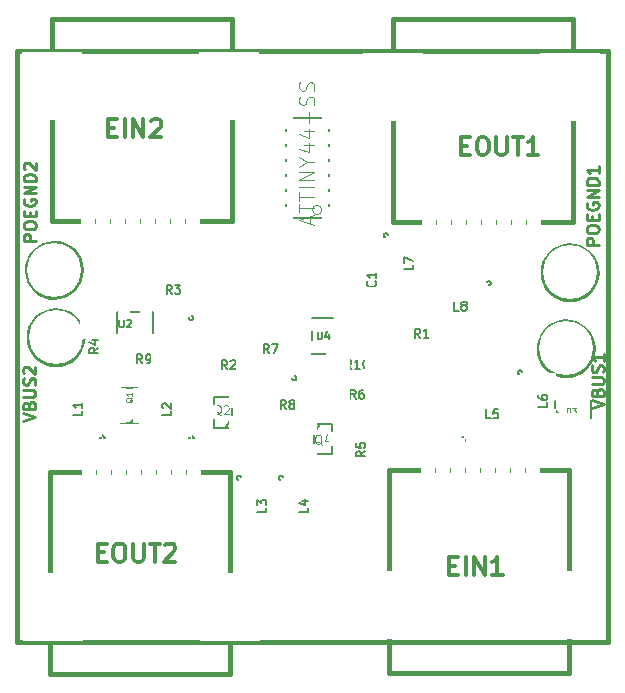
<source format=gto>
G04 (created by PCBNEW-RS274X (2012-01-19 BZR 3256)-stable) date 2/6/2013 12:26:03 PM*
G01*
G70*
G90*
%MOIN*%
G04 Gerber Fmt 3.4, Leading zero omitted, Abs format*
%FSLAX34Y34*%
G04 APERTURE LIST*
%ADD10C,0.006000*%
%ADD11C,0.015000*%
%ADD12C,0.005000*%
%ADD13C,0.002600*%
%ADD14C,0.003000*%
%ADD15C,0.012000*%
%ADD16C,0.010000*%
%ADD17C,0.003900*%
%ADD18C,0.003500*%
%ADD19R,0.050000X0.040000*%
%ADD20R,0.040000X0.050000*%
%ADD21R,0.059400X0.047600*%
%ADD22R,0.200000X0.225000*%
%ADD23R,0.045000X0.207000*%
%ADD24R,0.120000X0.070000*%
%ADD25R,0.080000X0.100000*%
%ADD26R,0.100000X0.080000*%
%ADD27R,0.139000X0.058000*%
%ADD28C,0.180000*%
%ADD29R,0.070000X0.120000*%
%ADD30R,0.043600X0.059400*%
%ADD31R,0.059400X0.043600*%
%ADD32R,0.106900X0.044000*%
G04 APERTURE END LIST*
G54D10*
G54D11*
X23811Y-09433D02*
X23815Y-09437D01*
X23811Y-29118D02*
X23811Y-09433D01*
X43496Y-29118D02*
X23811Y-29118D01*
X43496Y-09433D02*
X43496Y-29118D01*
X23811Y-09433D02*
X43496Y-09433D01*
G54D12*
X33650Y-18329D02*
X34350Y-18329D01*
X34350Y-18329D02*
X34350Y-19529D01*
X34350Y-19529D02*
X33650Y-19529D01*
X33650Y-19529D02*
X33650Y-18329D01*
X28348Y-18142D02*
X28348Y-18842D01*
X28348Y-18842D02*
X27148Y-18842D01*
X27148Y-18842D02*
X27148Y-18142D01*
X27148Y-18142D02*
X28348Y-18142D01*
X30961Y-21669D02*
X30761Y-21969D01*
X30961Y-20969D02*
X30961Y-21994D01*
X30961Y-21994D02*
X30361Y-21994D01*
X30361Y-21994D02*
X30361Y-20969D01*
X30361Y-20969D02*
X30961Y-20969D01*
X33708Y-22178D02*
X33908Y-21878D01*
X33708Y-22878D02*
X33708Y-21853D01*
X33708Y-21853D02*
X34308Y-21853D01*
X34308Y-21853D02*
X34308Y-22878D01*
X34308Y-22878D02*
X33708Y-22878D01*
G54D11*
X24988Y-15106D02*
X30988Y-15106D01*
X30988Y-15106D02*
X30988Y-08356D01*
X30988Y-08356D02*
X24988Y-08356D01*
X24988Y-08356D02*
X24988Y-15106D01*
X36353Y-15114D02*
X42353Y-15114D01*
X42353Y-15114D02*
X42353Y-08364D01*
X42353Y-08364D02*
X36353Y-08364D01*
X36353Y-08364D02*
X36353Y-15114D01*
X30906Y-23453D02*
X24906Y-23453D01*
X24906Y-23453D02*
X24906Y-30203D01*
X24906Y-30203D02*
X30906Y-30203D01*
X30906Y-30203D02*
X30906Y-23453D01*
X42216Y-23398D02*
X36216Y-23398D01*
X36216Y-23398D02*
X36216Y-30148D01*
X36216Y-30148D02*
X42216Y-30148D01*
X42216Y-30148D02*
X42216Y-23398D01*
G54D12*
X29678Y-18324D02*
X29676Y-18337D01*
X29672Y-18350D01*
X29666Y-18362D01*
X29657Y-18373D01*
X29647Y-18382D01*
X29635Y-18388D01*
X29622Y-18392D01*
X29608Y-18393D01*
X29595Y-18392D01*
X29582Y-18388D01*
X29570Y-18382D01*
X29560Y-18374D01*
X29551Y-18363D01*
X29544Y-18351D01*
X29540Y-18338D01*
X29539Y-18324D01*
X29540Y-18312D01*
X29543Y-18299D01*
X29550Y-18287D01*
X29558Y-18276D01*
X29569Y-18267D01*
X29580Y-18260D01*
X29593Y-18256D01*
X29607Y-18255D01*
X29620Y-18256D01*
X29633Y-18259D01*
X29645Y-18265D01*
X29656Y-18274D01*
X29665Y-18284D01*
X29671Y-18296D01*
X29676Y-18309D01*
X29677Y-18323D01*
X29678Y-18324D01*
X28458Y-17674D02*
X28458Y-18274D01*
X28458Y-18274D02*
X29558Y-18274D01*
X29558Y-18274D02*
X29558Y-17674D01*
X29558Y-17074D02*
X29558Y-16474D01*
X29558Y-16474D02*
X28458Y-16474D01*
X28458Y-16474D02*
X28458Y-17074D01*
X33123Y-20332D02*
X33121Y-20345D01*
X33117Y-20358D01*
X33111Y-20370D01*
X33102Y-20381D01*
X33092Y-20390D01*
X33080Y-20396D01*
X33067Y-20400D01*
X33053Y-20401D01*
X33040Y-20400D01*
X33027Y-20396D01*
X33015Y-20390D01*
X33005Y-20382D01*
X32996Y-20371D01*
X32989Y-20359D01*
X32985Y-20346D01*
X32984Y-20332D01*
X32985Y-20320D01*
X32988Y-20307D01*
X32995Y-20295D01*
X33003Y-20284D01*
X33014Y-20275D01*
X33025Y-20268D01*
X33038Y-20264D01*
X33052Y-20263D01*
X33065Y-20264D01*
X33078Y-20267D01*
X33090Y-20273D01*
X33101Y-20282D01*
X33110Y-20292D01*
X33116Y-20304D01*
X33121Y-20317D01*
X33122Y-20331D01*
X33123Y-20332D01*
X31903Y-19682D02*
X31903Y-20282D01*
X31903Y-20282D02*
X33003Y-20282D01*
X33003Y-20282D02*
X33003Y-19682D01*
X33003Y-19082D02*
X33003Y-18482D01*
X33003Y-18482D02*
X31903Y-18482D01*
X31903Y-18482D02*
X31903Y-19082D01*
X34145Y-20448D02*
X34145Y-21348D01*
X34145Y-21348D02*
X34795Y-21348D01*
X35495Y-20448D02*
X36145Y-20448D01*
X36145Y-20448D02*
X36145Y-21348D01*
X36145Y-21348D02*
X35495Y-21348D01*
X34795Y-20448D02*
X34145Y-20448D01*
X31854Y-20371D02*
X31854Y-19471D01*
X31854Y-19471D02*
X31204Y-19471D01*
X30504Y-20371D02*
X29854Y-20371D01*
X29854Y-20371D02*
X29854Y-19471D01*
X29854Y-19471D02*
X30504Y-19471D01*
X31204Y-20371D02*
X31854Y-20371D01*
X34845Y-23717D02*
X35745Y-23717D01*
X35745Y-23717D02*
X35745Y-23067D01*
X34845Y-22367D02*
X34845Y-21717D01*
X34845Y-21717D02*
X35745Y-21717D01*
X35745Y-21717D02*
X35745Y-22367D01*
X34845Y-23067D02*
X34845Y-23717D01*
X26848Y-18280D02*
X25948Y-18280D01*
X25948Y-18280D02*
X25948Y-18930D01*
X26848Y-19630D02*
X26848Y-20280D01*
X26848Y-20280D02*
X25948Y-20280D01*
X25948Y-20280D02*
X25948Y-19630D01*
X26848Y-18930D02*
X26848Y-18280D01*
X36294Y-18416D02*
X36294Y-19316D01*
X36294Y-19316D02*
X36944Y-19316D01*
X37644Y-18416D02*
X38294Y-18416D01*
X38294Y-18416D02*
X38294Y-19316D01*
X38294Y-19316D02*
X37644Y-19316D01*
X36944Y-18416D02*
X36294Y-18416D01*
G54D11*
X25939Y-16728D02*
X25921Y-16902D01*
X25871Y-17070D01*
X25788Y-17226D01*
X25677Y-17362D01*
X25542Y-17474D01*
X25387Y-17557D01*
X25219Y-17609D01*
X25045Y-17627D01*
X24871Y-17612D01*
X24702Y-17562D01*
X24547Y-17481D01*
X24410Y-17371D01*
X24297Y-17236D01*
X24212Y-17082D01*
X24159Y-16915D01*
X24140Y-16740D01*
X24154Y-16566D01*
X24203Y-16397D01*
X24283Y-16241D01*
X24392Y-16103D01*
X24526Y-15989D01*
X24679Y-15904D01*
X24846Y-15849D01*
X25021Y-15829D01*
X25195Y-15842D01*
X25364Y-15889D01*
X25521Y-15969D01*
X25659Y-16077D01*
X25774Y-16210D01*
X25861Y-16362D01*
X25916Y-16529D01*
X25938Y-16703D01*
X25939Y-16728D01*
X43124Y-16807D02*
X43106Y-16981D01*
X43056Y-17149D01*
X42973Y-17305D01*
X42862Y-17441D01*
X42727Y-17553D01*
X42572Y-17636D01*
X42404Y-17688D01*
X42230Y-17706D01*
X42056Y-17691D01*
X41887Y-17641D01*
X41732Y-17560D01*
X41595Y-17450D01*
X41482Y-17315D01*
X41397Y-17161D01*
X41344Y-16994D01*
X41325Y-16819D01*
X41339Y-16645D01*
X41388Y-16476D01*
X41468Y-16320D01*
X41577Y-16182D01*
X41711Y-16068D01*
X41864Y-15983D01*
X42031Y-15928D01*
X42206Y-15908D01*
X42380Y-15921D01*
X42549Y-15968D01*
X42706Y-16048D01*
X42844Y-16156D01*
X42959Y-16289D01*
X43046Y-16441D01*
X43101Y-16608D01*
X43123Y-16782D01*
X43124Y-16807D01*
X42998Y-19343D02*
X42980Y-19517D01*
X42930Y-19685D01*
X42847Y-19841D01*
X42736Y-19977D01*
X42601Y-20089D01*
X42446Y-20172D01*
X42278Y-20224D01*
X42104Y-20242D01*
X41930Y-20227D01*
X41761Y-20177D01*
X41606Y-20096D01*
X41469Y-19986D01*
X41356Y-19851D01*
X41271Y-19697D01*
X41218Y-19530D01*
X41199Y-19355D01*
X41213Y-19181D01*
X41262Y-19012D01*
X41342Y-18856D01*
X41451Y-18718D01*
X41585Y-18604D01*
X41738Y-18519D01*
X41905Y-18464D01*
X42080Y-18444D01*
X42254Y-18457D01*
X42423Y-18504D01*
X42580Y-18584D01*
X42718Y-18692D01*
X42833Y-18825D01*
X42920Y-18977D01*
X42975Y-19144D01*
X42997Y-19318D01*
X42998Y-19343D01*
X25991Y-18969D02*
X25973Y-19143D01*
X25923Y-19311D01*
X25840Y-19467D01*
X25729Y-19603D01*
X25594Y-19715D01*
X25439Y-19798D01*
X25271Y-19850D01*
X25097Y-19868D01*
X24923Y-19853D01*
X24754Y-19803D01*
X24599Y-19722D01*
X24462Y-19612D01*
X24349Y-19477D01*
X24264Y-19323D01*
X24211Y-19156D01*
X24192Y-18981D01*
X24206Y-18807D01*
X24255Y-18638D01*
X24335Y-18482D01*
X24444Y-18344D01*
X24578Y-18230D01*
X24731Y-18145D01*
X24898Y-18090D01*
X25073Y-18070D01*
X25247Y-18083D01*
X25416Y-18130D01*
X25573Y-18210D01*
X25711Y-18318D01*
X25826Y-18451D01*
X25913Y-18603D01*
X25968Y-18770D01*
X25990Y-18944D01*
X25991Y-18969D01*
G54D12*
X31819Y-20794D02*
X31819Y-21694D01*
X31819Y-21694D02*
X32469Y-21694D01*
X33169Y-20794D02*
X33819Y-20794D01*
X33819Y-20794D02*
X33819Y-21694D01*
X33819Y-21694D02*
X33169Y-21694D01*
X32469Y-20794D02*
X31819Y-20794D01*
X26725Y-22312D02*
X26723Y-22325D01*
X26719Y-22338D01*
X26713Y-22350D01*
X26704Y-22361D01*
X26694Y-22370D01*
X26682Y-22376D01*
X26669Y-22380D01*
X26655Y-22381D01*
X26642Y-22380D01*
X26629Y-22376D01*
X26617Y-22370D01*
X26607Y-22362D01*
X26598Y-22351D01*
X26591Y-22339D01*
X26587Y-22326D01*
X26586Y-22312D01*
X26587Y-22300D01*
X26590Y-22287D01*
X26597Y-22275D01*
X26605Y-22264D01*
X26616Y-22255D01*
X26627Y-22248D01*
X26640Y-22244D01*
X26654Y-22243D01*
X26667Y-22244D01*
X26680Y-22247D01*
X26692Y-22253D01*
X26703Y-22262D01*
X26712Y-22272D01*
X26718Y-22284D01*
X26723Y-22297D01*
X26724Y-22311D01*
X26725Y-22312D01*
X25505Y-21662D02*
X25505Y-22262D01*
X25505Y-22262D02*
X26605Y-22262D01*
X26605Y-22262D02*
X26605Y-21662D01*
X26605Y-21062D02*
X26605Y-20462D01*
X26605Y-20462D02*
X25505Y-20462D01*
X25505Y-20462D02*
X25505Y-21062D01*
X29694Y-22328D02*
X29692Y-22341D01*
X29688Y-22354D01*
X29682Y-22366D01*
X29673Y-22377D01*
X29663Y-22386D01*
X29651Y-22392D01*
X29638Y-22396D01*
X29624Y-22397D01*
X29611Y-22396D01*
X29598Y-22392D01*
X29586Y-22386D01*
X29576Y-22378D01*
X29567Y-22367D01*
X29560Y-22355D01*
X29556Y-22342D01*
X29555Y-22328D01*
X29556Y-22316D01*
X29559Y-22303D01*
X29566Y-22291D01*
X29574Y-22280D01*
X29585Y-22271D01*
X29596Y-22264D01*
X29609Y-22260D01*
X29623Y-22259D01*
X29636Y-22260D01*
X29649Y-22263D01*
X29661Y-22269D01*
X29672Y-22278D01*
X29681Y-22288D01*
X29687Y-22300D01*
X29692Y-22313D01*
X29693Y-22327D01*
X29694Y-22328D01*
X28474Y-21678D02*
X28474Y-22278D01*
X28474Y-22278D02*
X29574Y-22278D01*
X29574Y-22278D02*
X29574Y-21678D01*
X29574Y-21078D02*
X29574Y-20478D01*
X29574Y-20478D02*
X28474Y-20478D01*
X28474Y-20478D02*
X28474Y-21078D01*
X31270Y-23650D02*
X31268Y-23663D01*
X31264Y-23676D01*
X31258Y-23688D01*
X31249Y-23699D01*
X31239Y-23708D01*
X31227Y-23714D01*
X31214Y-23718D01*
X31200Y-23719D01*
X31187Y-23718D01*
X31174Y-23714D01*
X31162Y-23708D01*
X31152Y-23700D01*
X31143Y-23689D01*
X31136Y-23677D01*
X31132Y-23664D01*
X31131Y-23650D01*
X31132Y-23638D01*
X31135Y-23625D01*
X31142Y-23613D01*
X31150Y-23602D01*
X31161Y-23593D01*
X31172Y-23586D01*
X31185Y-23582D01*
X31199Y-23581D01*
X31212Y-23582D01*
X31225Y-23585D01*
X31237Y-23591D01*
X31248Y-23600D01*
X31257Y-23610D01*
X31263Y-23622D01*
X31268Y-23635D01*
X31269Y-23649D01*
X31270Y-23650D01*
X32350Y-24300D02*
X32350Y-23700D01*
X32350Y-23700D02*
X31250Y-23700D01*
X31250Y-23700D02*
X31250Y-24300D01*
X31250Y-24900D02*
X31250Y-25500D01*
X31250Y-25500D02*
X32350Y-25500D01*
X32350Y-25500D02*
X32350Y-24900D01*
X32670Y-23650D02*
X32668Y-23663D01*
X32664Y-23676D01*
X32658Y-23688D01*
X32649Y-23699D01*
X32639Y-23708D01*
X32627Y-23714D01*
X32614Y-23718D01*
X32600Y-23719D01*
X32587Y-23718D01*
X32574Y-23714D01*
X32562Y-23708D01*
X32552Y-23700D01*
X32543Y-23689D01*
X32536Y-23677D01*
X32532Y-23664D01*
X32531Y-23650D01*
X32532Y-23638D01*
X32535Y-23625D01*
X32542Y-23613D01*
X32550Y-23602D01*
X32561Y-23593D01*
X32572Y-23586D01*
X32585Y-23582D01*
X32599Y-23581D01*
X32612Y-23582D01*
X32625Y-23585D01*
X32637Y-23591D01*
X32648Y-23600D01*
X32657Y-23610D01*
X32663Y-23622D01*
X32668Y-23635D01*
X32669Y-23649D01*
X32670Y-23650D01*
X33750Y-24300D02*
X33750Y-23700D01*
X33750Y-23700D02*
X32650Y-23700D01*
X32650Y-23700D02*
X32650Y-24300D01*
X32650Y-24900D02*
X32650Y-25500D01*
X32650Y-25500D02*
X33750Y-25500D01*
X33750Y-25500D02*
X33750Y-24900D01*
X38765Y-22356D02*
X38763Y-22369D01*
X38759Y-22382D01*
X38753Y-22394D01*
X38744Y-22405D01*
X38734Y-22414D01*
X38722Y-22420D01*
X38709Y-22424D01*
X38695Y-22425D01*
X38682Y-22424D01*
X38669Y-22420D01*
X38657Y-22414D01*
X38647Y-22406D01*
X38638Y-22395D01*
X38631Y-22383D01*
X38627Y-22370D01*
X38626Y-22356D01*
X38627Y-22344D01*
X38630Y-22331D01*
X38637Y-22319D01*
X38645Y-22308D01*
X38656Y-22299D01*
X38667Y-22292D01*
X38680Y-22288D01*
X38694Y-22287D01*
X38707Y-22288D01*
X38720Y-22291D01*
X38732Y-22297D01*
X38743Y-22306D01*
X38752Y-22316D01*
X38758Y-22328D01*
X38763Y-22341D01*
X38764Y-22355D01*
X38765Y-22356D01*
X39345Y-21206D02*
X38745Y-21206D01*
X38745Y-21206D02*
X38745Y-22306D01*
X38745Y-22306D02*
X39345Y-22306D01*
X39945Y-22306D02*
X40545Y-22306D01*
X40545Y-22306D02*
X40545Y-21206D01*
X40545Y-21206D02*
X39945Y-21206D01*
X40638Y-20137D02*
X40636Y-20150D01*
X40632Y-20163D01*
X40626Y-20175D01*
X40617Y-20186D01*
X40607Y-20195D01*
X40595Y-20201D01*
X40582Y-20205D01*
X40568Y-20206D01*
X40555Y-20205D01*
X40542Y-20201D01*
X40530Y-20195D01*
X40520Y-20187D01*
X40511Y-20176D01*
X40504Y-20164D01*
X40500Y-20151D01*
X40499Y-20137D01*
X40500Y-20125D01*
X40503Y-20112D01*
X40510Y-20100D01*
X40518Y-20089D01*
X40529Y-20080D01*
X40540Y-20073D01*
X40553Y-20069D01*
X40567Y-20068D01*
X40580Y-20069D01*
X40593Y-20072D01*
X40605Y-20078D01*
X40616Y-20087D01*
X40625Y-20097D01*
X40631Y-20109D01*
X40636Y-20122D01*
X40637Y-20136D01*
X40638Y-20137D01*
X41718Y-20787D02*
X41718Y-20187D01*
X41718Y-20187D02*
X40618Y-20187D01*
X40618Y-20187D02*
X40618Y-20787D01*
X40618Y-21387D02*
X40618Y-21987D01*
X40618Y-21987D02*
X41718Y-21987D01*
X41718Y-21987D02*
X41718Y-21387D01*
X36171Y-15562D02*
X36169Y-15575D01*
X36165Y-15588D01*
X36159Y-15600D01*
X36150Y-15611D01*
X36140Y-15620D01*
X36128Y-15626D01*
X36115Y-15630D01*
X36101Y-15631D01*
X36088Y-15630D01*
X36075Y-15626D01*
X36063Y-15620D01*
X36053Y-15612D01*
X36044Y-15601D01*
X36037Y-15589D01*
X36033Y-15576D01*
X36032Y-15562D01*
X36033Y-15550D01*
X36036Y-15537D01*
X36043Y-15525D01*
X36051Y-15514D01*
X36062Y-15505D01*
X36073Y-15498D01*
X36086Y-15494D01*
X36100Y-15493D01*
X36113Y-15494D01*
X36126Y-15497D01*
X36138Y-15503D01*
X36149Y-15512D01*
X36158Y-15522D01*
X36164Y-15534D01*
X36169Y-15547D01*
X36170Y-15561D01*
X36171Y-15562D01*
X37251Y-16212D02*
X37251Y-15612D01*
X37251Y-15612D02*
X36151Y-15612D01*
X36151Y-15612D02*
X36151Y-16212D01*
X36151Y-16812D02*
X36151Y-17412D01*
X36151Y-17412D02*
X37251Y-17412D01*
X37251Y-17412D02*
X37251Y-16812D01*
X39602Y-17160D02*
X39600Y-17173D01*
X39596Y-17186D01*
X39590Y-17198D01*
X39581Y-17209D01*
X39571Y-17218D01*
X39559Y-17224D01*
X39546Y-17228D01*
X39532Y-17229D01*
X39519Y-17228D01*
X39506Y-17224D01*
X39494Y-17218D01*
X39484Y-17210D01*
X39475Y-17199D01*
X39468Y-17187D01*
X39464Y-17174D01*
X39463Y-17160D01*
X39464Y-17148D01*
X39467Y-17135D01*
X39474Y-17123D01*
X39482Y-17112D01*
X39493Y-17103D01*
X39504Y-17096D01*
X39517Y-17092D01*
X39531Y-17091D01*
X39544Y-17092D01*
X39557Y-17095D01*
X39569Y-17101D01*
X39580Y-17110D01*
X39589Y-17120D01*
X39595Y-17132D01*
X39600Y-17145D01*
X39601Y-17159D01*
X39602Y-17160D01*
X38882Y-18310D02*
X39482Y-18310D01*
X39482Y-18310D02*
X39482Y-17210D01*
X39482Y-17210D02*
X38882Y-17210D01*
X38282Y-17210D02*
X37682Y-17210D01*
X37682Y-17210D02*
X37682Y-18310D01*
X37682Y-18310D02*
X38282Y-18310D01*
X29031Y-20167D02*
X29031Y-19267D01*
X29031Y-19267D02*
X28381Y-19267D01*
X27681Y-20167D02*
X27031Y-20167D01*
X27031Y-20167D02*
X27031Y-19267D01*
X27031Y-19267D02*
X27681Y-19267D01*
X28381Y-20167D02*
X29031Y-20167D01*
X34145Y-19448D02*
X34145Y-20348D01*
X34145Y-20348D02*
X34795Y-20348D01*
X35495Y-19448D02*
X36145Y-19448D01*
X36145Y-19448D02*
X36145Y-20348D01*
X36145Y-20348D02*
X35495Y-20348D01*
X34795Y-19448D02*
X34145Y-19448D01*
X41999Y-21661D02*
X41744Y-21406D01*
X41939Y-21661D02*
X41744Y-21466D01*
X42334Y-21111D02*
X42334Y-20851D01*
X42709Y-21111D02*
X42709Y-20851D01*
X41959Y-21111D02*
X41959Y-20851D01*
X42334Y-21661D02*
X42334Y-21921D01*
X42709Y-21661D02*
X42709Y-21921D01*
X41959Y-21661D02*
X41959Y-21921D01*
X41744Y-21111D02*
X42924Y-21111D01*
X42924Y-21111D02*
X42924Y-21661D01*
X42924Y-21661D02*
X41744Y-21661D01*
X41744Y-21661D02*
X41744Y-21111D01*
X27826Y-21587D02*
X27571Y-21842D01*
X27826Y-21647D02*
X27631Y-21842D01*
X27276Y-21252D02*
X27016Y-21252D01*
X27276Y-20877D02*
X27016Y-20877D01*
X27276Y-21627D02*
X27016Y-21627D01*
X27826Y-21252D02*
X28086Y-21252D01*
X27826Y-20877D02*
X28086Y-20877D01*
X27826Y-21627D02*
X28086Y-21627D01*
X27276Y-21842D02*
X27276Y-20662D01*
X27276Y-20662D02*
X27826Y-20662D01*
X27826Y-20662D02*
X27826Y-21842D01*
X27826Y-21842D02*
X27276Y-21842D01*
G54D13*
X32763Y-14901D02*
X32763Y-14760D01*
X32763Y-14760D02*
X32363Y-14760D01*
X32363Y-14901D02*
X32363Y-14760D01*
X32763Y-14901D02*
X32363Y-14901D01*
X32763Y-14401D02*
X32763Y-14261D01*
X32763Y-14261D02*
X32363Y-14261D01*
X32363Y-14401D02*
X32363Y-14261D01*
X32763Y-14401D02*
X32363Y-14401D01*
X32763Y-13901D02*
X32763Y-13760D01*
X32763Y-13760D02*
X32363Y-13760D01*
X32363Y-13901D02*
X32363Y-13760D01*
X32763Y-13901D02*
X32363Y-13901D01*
X32763Y-13401D02*
X32763Y-13261D01*
X32763Y-13261D02*
X32363Y-13261D01*
X32363Y-13401D02*
X32363Y-13261D01*
X32763Y-13401D02*
X32363Y-13401D01*
X32763Y-12902D02*
X32763Y-12761D01*
X32763Y-12761D02*
X32363Y-12761D01*
X32363Y-12902D02*
X32363Y-12761D01*
X32763Y-12902D02*
X32363Y-12902D01*
X32763Y-12401D02*
X32763Y-12261D01*
X32763Y-12261D02*
X32363Y-12261D01*
X32363Y-12401D02*
X32363Y-12261D01*
X32763Y-12401D02*
X32363Y-12401D01*
X32763Y-11902D02*
X32763Y-11761D01*
X32763Y-11761D02*
X32363Y-11761D01*
X32363Y-11902D02*
X32363Y-11761D01*
X32763Y-11902D02*
X32363Y-11902D01*
X34613Y-11902D02*
X34613Y-11761D01*
X34613Y-11761D02*
X34213Y-11761D01*
X34213Y-11902D02*
X34213Y-11761D01*
X34613Y-11902D02*
X34213Y-11902D01*
X34613Y-12401D02*
X34613Y-12261D01*
X34613Y-12261D02*
X34213Y-12261D01*
X34213Y-12401D02*
X34213Y-12261D01*
X34613Y-12401D02*
X34213Y-12401D01*
X34613Y-12902D02*
X34613Y-12761D01*
X34613Y-12761D02*
X34213Y-12761D01*
X34213Y-12902D02*
X34213Y-12761D01*
X34613Y-12902D02*
X34213Y-12902D01*
X34613Y-13401D02*
X34613Y-13261D01*
X34613Y-13261D02*
X34213Y-13261D01*
X34213Y-13401D02*
X34213Y-13261D01*
X34613Y-13401D02*
X34213Y-13401D01*
X34613Y-13901D02*
X34613Y-13760D01*
X34613Y-13760D02*
X34213Y-13760D01*
X34213Y-13901D02*
X34213Y-13760D01*
X34613Y-13901D02*
X34213Y-13901D01*
X34613Y-14401D02*
X34613Y-14261D01*
X34613Y-14261D02*
X34213Y-14261D01*
X34213Y-14401D02*
X34213Y-14261D01*
X34613Y-14401D02*
X34213Y-14401D01*
X34613Y-14901D02*
X34613Y-14760D01*
X34613Y-14760D02*
X34213Y-14760D01*
X34213Y-14901D02*
X34213Y-14760D01*
X34613Y-14901D02*
X34213Y-14901D01*
G54D10*
X34193Y-15010D02*
X34193Y-11652D01*
X34193Y-11652D02*
X32783Y-11652D01*
X32783Y-11652D02*
X32783Y-15010D01*
X32783Y-15010D02*
X34193Y-15010D01*
G54D14*
X33941Y-14711D02*
X33938Y-14739D01*
X33929Y-14767D01*
X33916Y-14792D01*
X33898Y-14815D01*
X33875Y-14833D01*
X33850Y-14847D01*
X33822Y-14855D01*
X33794Y-14858D01*
X33766Y-14856D01*
X33738Y-14848D01*
X33712Y-14834D01*
X33690Y-14816D01*
X33671Y-14794D01*
X33657Y-14769D01*
X33649Y-14741D01*
X33646Y-14713D01*
X33648Y-14685D01*
X33656Y-14657D01*
X33669Y-14631D01*
X33687Y-14609D01*
X33709Y-14590D01*
X33734Y-14576D01*
X33762Y-14567D01*
X33790Y-14564D01*
X33818Y-14566D01*
X33846Y-14574D01*
X33872Y-14587D01*
X33895Y-14604D01*
X33913Y-14626D01*
X33928Y-14651D01*
X33937Y-14679D01*
X33940Y-14707D01*
X33941Y-14711D01*
G54D12*
X35200Y-18059D02*
X36100Y-18059D01*
X36100Y-18059D02*
X36100Y-17409D01*
X35200Y-16709D02*
X35200Y-16059D01*
X35200Y-16059D02*
X36100Y-16059D01*
X36100Y-16059D02*
X36100Y-16709D01*
X35200Y-17409D02*
X35200Y-18059D01*
X33830Y-18780D02*
X33830Y-18983D01*
X33841Y-19006D01*
X33853Y-19018D01*
X33877Y-19030D01*
X33925Y-19030D01*
X33949Y-19018D01*
X33960Y-19006D01*
X33972Y-18983D01*
X33972Y-18780D01*
X34199Y-18864D02*
X34199Y-19030D01*
X34139Y-18768D02*
X34080Y-18947D01*
X34234Y-18947D01*
X27219Y-18382D02*
X27219Y-18585D01*
X27230Y-18608D01*
X27242Y-18620D01*
X27266Y-18632D01*
X27314Y-18632D01*
X27338Y-18620D01*
X27349Y-18608D01*
X27361Y-18585D01*
X27361Y-18382D01*
X27469Y-18406D02*
X27481Y-18394D01*
X27504Y-18382D01*
X27564Y-18382D01*
X27588Y-18394D01*
X27600Y-18406D01*
X27611Y-18430D01*
X27611Y-18454D01*
X27600Y-18489D01*
X27457Y-18632D01*
X27611Y-18632D01*
G54D14*
X30609Y-21563D02*
X30581Y-21549D01*
X30552Y-21520D01*
X30509Y-21477D01*
X30481Y-21463D01*
X30452Y-21463D01*
X30467Y-21534D02*
X30438Y-21520D01*
X30409Y-21492D01*
X30395Y-21434D01*
X30395Y-21334D01*
X30409Y-21277D01*
X30438Y-21249D01*
X30467Y-21234D01*
X30524Y-21234D01*
X30552Y-21249D01*
X30581Y-21277D01*
X30595Y-21334D01*
X30595Y-21434D01*
X30581Y-21492D01*
X30552Y-21520D01*
X30524Y-21534D01*
X30467Y-21534D01*
X30709Y-21263D02*
X30723Y-21249D01*
X30752Y-21234D01*
X30823Y-21234D01*
X30852Y-21249D01*
X30866Y-21263D01*
X30881Y-21292D01*
X30881Y-21320D01*
X30866Y-21363D01*
X30695Y-21534D01*
X30881Y-21534D01*
X33959Y-22552D02*
X33931Y-22538D01*
X33902Y-22509D01*
X33859Y-22466D01*
X33831Y-22452D01*
X33802Y-22452D01*
X33817Y-22523D02*
X33788Y-22509D01*
X33759Y-22481D01*
X33745Y-22423D01*
X33745Y-22323D01*
X33759Y-22266D01*
X33788Y-22238D01*
X33817Y-22223D01*
X33874Y-22223D01*
X33902Y-22238D01*
X33931Y-22266D01*
X33945Y-22323D01*
X33945Y-22423D01*
X33931Y-22481D01*
X33902Y-22509D01*
X33874Y-22523D01*
X33817Y-22523D01*
X34202Y-22323D02*
X34202Y-22523D01*
X34131Y-22209D02*
X34059Y-22423D01*
X34245Y-22423D01*
G54D15*
X26849Y-11984D02*
X27049Y-11984D01*
X27135Y-12298D02*
X26849Y-12298D01*
X26849Y-11698D01*
X27135Y-11698D01*
X27392Y-12298D02*
X27392Y-11698D01*
X27678Y-12298D02*
X27678Y-11698D01*
X28021Y-12298D01*
X28021Y-11698D01*
X28278Y-11755D02*
X28307Y-11726D01*
X28364Y-11698D01*
X28507Y-11698D01*
X28564Y-11726D01*
X28593Y-11755D01*
X28621Y-11812D01*
X28621Y-11869D01*
X28593Y-11955D01*
X28250Y-12298D01*
X28621Y-12298D01*
X38615Y-12579D02*
X38815Y-12579D01*
X38901Y-12893D02*
X38615Y-12893D01*
X38615Y-12293D01*
X38901Y-12293D01*
X39272Y-12293D02*
X39386Y-12293D01*
X39444Y-12321D01*
X39501Y-12379D01*
X39529Y-12493D01*
X39529Y-12693D01*
X39501Y-12807D01*
X39444Y-12864D01*
X39386Y-12893D01*
X39272Y-12893D01*
X39215Y-12864D01*
X39158Y-12807D01*
X39129Y-12693D01*
X39129Y-12493D01*
X39158Y-12379D01*
X39215Y-12321D01*
X39272Y-12293D01*
X39787Y-12293D02*
X39787Y-12779D01*
X39815Y-12836D01*
X39844Y-12864D01*
X39901Y-12893D01*
X40015Y-12893D01*
X40073Y-12864D01*
X40101Y-12836D01*
X40130Y-12779D01*
X40130Y-12293D01*
X40330Y-12293D02*
X40673Y-12293D01*
X40502Y-12893D02*
X40502Y-12293D01*
X41187Y-12893D02*
X40844Y-12893D01*
X41016Y-12893D02*
X41016Y-12293D01*
X40959Y-12379D01*
X40901Y-12436D01*
X40844Y-12464D01*
X26509Y-26134D02*
X26709Y-26134D01*
X26795Y-26448D02*
X26509Y-26448D01*
X26509Y-25848D01*
X26795Y-25848D01*
X27166Y-25848D02*
X27280Y-25848D01*
X27338Y-25876D01*
X27395Y-25934D01*
X27423Y-26048D01*
X27423Y-26248D01*
X27395Y-26362D01*
X27338Y-26419D01*
X27280Y-26448D01*
X27166Y-26448D01*
X27109Y-26419D01*
X27052Y-26362D01*
X27023Y-26248D01*
X27023Y-26048D01*
X27052Y-25934D01*
X27109Y-25876D01*
X27166Y-25848D01*
X27681Y-25848D02*
X27681Y-26334D01*
X27709Y-26391D01*
X27738Y-26419D01*
X27795Y-26448D01*
X27909Y-26448D01*
X27967Y-26419D01*
X27995Y-26391D01*
X28024Y-26334D01*
X28024Y-25848D01*
X28224Y-25848D02*
X28567Y-25848D01*
X28396Y-26448D02*
X28396Y-25848D01*
X28738Y-25905D02*
X28767Y-25876D01*
X28824Y-25848D01*
X28967Y-25848D01*
X29024Y-25876D01*
X29053Y-25905D01*
X29081Y-25962D01*
X29081Y-26019D01*
X29053Y-26105D01*
X28710Y-26448D01*
X29081Y-26448D01*
X38220Y-26583D02*
X38420Y-26583D01*
X38506Y-26897D02*
X38220Y-26897D01*
X38220Y-26297D01*
X38506Y-26297D01*
X38763Y-26897D02*
X38763Y-26297D01*
X39049Y-26897D02*
X39049Y-26297D01*
X39392Y-26897D01*
X39392Y-26297D01*
X39992Y-26897D02*
X39649Y-26897D01*
X39821Y-26897D02*
X39821Y-26297D01*
X39764Y-26383D01*
X39706Y-26440D01*
X39649Y-26468D01*
G54D12*
X28962Y-17523D02*
X28862Y-17381D01*
X28790Y-17523D02*
X28790Y-17223D01*
X28905Y-17223D01*
X28933Y-17238D01*
X28948Y-17252D01*
X28962Y-17281D01*
X28962Y-17323D01*
X28948Y-17352D01*
X28933Y-17366D01*
X28905Y-17381D01*
X28790Y-17381D01*
X29062Y-17223D02*
X29248Y-17223D01*
X29148Y-17338D01*
X29190Y-17338D01*
X29219Y-17352D01*
X29233Y-17366D01*
X29248Y-17395D01*
X29248Y-17466D01*
X29233Y-17495D01*
X29219Y-17509D01*
X29190Y-17523D01*
X29105Y-17523D01*
X29076Y-17509D01*
X29062Y-17495D01*
X32203Y-19503D02*
X32103Y-19361D01*
X32031Y-19503D02*
X32031Y-19203D01*
X32146Y-19203D01*
X32174Y-19218D01*
X32189Y-19232D01*
X32203Y-19261D01*
X32203Y-19303D01*
X32189Y-19332D01*
X32174Y-19346D01*
X32146Y-19361D01*
X32031Y-19361D01*
X32303Y-19203D02*
X32503Y-19203D01*
X32374Y-19503D01*
X35095Y-21019D02*
X34995Y-20877D01*
X34923Y-21019D02*
X34923Y-20719D01*
X35038Y-20719D01*
X35066Y-20734D01*
X35081Y-20748D01*
X35095Y-20777D01*
X35095Y-20819D01*
X35081Y-20848D01*
X35066Y-20862D01*
X35038Y-20877D01*
X34923Y-20877D01*
X35352Y-20719D02*
X35295Y-20719D01*
X35266Y-20734D01*
X35252Y-20748D01*
X35223Y-20791D01*
X35209Y-20848D01*
X35209Y-20962D01*
X35223Y-20991D01*
X35238Y-21005D01*
X35266Y-21019D01*
X35323Y-21019D01*
X35352Y-21005D01*
X35366Y-20991D01*
X35381Y-20962D01*
X35381Y-20891D01*
X35366Y-20862D01*
X35352Y-20848D01*
X35323Y-20834D01*
X35266Y-20834D01*
X35238Y-20848D01*
X35223Y-20862D01*
X35209Y-20891D01*
X30804Y-20042D02*
X30704Y-19900D01*
X30632Y-20042D02*
X30632Y-19742D01*
X30747Y-19742D01*
X30775Y-19757D01*
X30790Y-19771D01*
X30804Y-19800D01*
X30804Y-19842D01*
X30790Y-19871D01*
X30775Y-19885D01*
X30747Y-19900D01*
X30632Y-19900D01*
X30918Y-19771D02*
X30932Y-19757D01*
X30961Y-19742D01*
X31032Y-19742D01*
X31061Y-19757D01*
X31075Y-19771D01*
X31090Y-19800D01*
X31090Y-19828D01*
X31075Y-19871D01*
X30904Y-20042D01*
X31090Y-20042D01*
X35416Y-22767D02*
X35274Y-22867D01*
X35416Y-22939D02*
X35116Y-22939D01*
X35116Y-22824D01*
X35131Y-22796D01*
X35145Y-22781D01*
X35174Y-22767D01*
X35216Y-22767D01*
X35245Y-22781D01*
X35259Y-22796D01*
X35274Y-22824D01*
X35274Y-22939D01*
X35116Y-22496D02*
X35116Y-22639D01*
X35259Y-22653D01*
X35245Y-22639D01*
X35231Y-22610D01*
X35231Y-22539D01*
X35245Y-22510D01*
X35259Y-22496D01*
X35288Y-22481D01*
X35359Y-22481D01*
X35388Y-22496D01*
X35402Y-22510D01*
X35416Y-22539D01*
X35416Y-22610D01*
X35402Y-22639D01*
X35388Y-22653D01*
X26519Y-19330D02*
X26377Y-19430D01*
X26519Y-19502D02*
X26219Y-19502D01*
X26219Y-19387D01*
X26234Y-19359D01*
X26248Y-19344D01*
X26277Y-19330D01*
X26319Y-19330D01*
X26348Y-19344D01*
X26362Y-19359D01*
X26377Y-19387D01*
X26377Y-19502D01*
X26319Y-19073D02*
X26519Y-19073D01*
X26205Y-19144D02*
X26419Y-19216D01*
X26419Y-19030D01*
X37244Y-18987D02*
X37144Y-18845D01*
X37072Y-18987D02*
X37072Y-18687D01*
X37187Y-18687D01*
X37215Y-18702D01*
X37230Y-18716D01*
X37244Y-18745D01*
X37244Y-18787D01*
X37230Y-18816D01*
X37215Y-18830D01*
X37187Y-18845D01*
X37072Y-18845D01*
X37530Y-18987D02*
X37358Y-18987D01*
X37444Y-18987D02*
X37444Y-18687D01*
X37415Y-18730D01*
X37387Y-18759D01*
X37358Y-18773D01*
G54D16*
X24434Y-15756D02*
X24034Y-15756D01*
X24034Y-15603D01*
X24053Y-15565D01*
X24072Y-15546D01*
X24110Y-15527D01*
X24167Y-15527D01*
X24205Y-15546D01*
X24224Y-15565D01*
X24243Y-15603D01*
X24243Y-15756D01*
X24034Y-15280D02*
X24034Y-15203D01*
X24053Y-15165D01*
X24091Y-15127D01*
X24167Y-15108D01*
X24301Y-15108D01*
X24377Y-15127D01*
X24415Y-15165D01*
X24434Y-15203D01*
X24434Y-15280D01*
X24415Y-15318D01*
X24377Y-15356D01*
X24301Y-15375D01*
X24167Y-15375D01*
X24091Y-15356D01*
X24053Y-15318D01*
X24034Y-15280D01*
X24224Y-14937D02*
X24224Y-14803D01*
X24434Y-14746D02*
X24434Y-14937D01*
X24034Y-14937D01*
X24034Y-14746D01*
X24053Y-14365D02*
X24034Y-14403D01*
X24034Y-14460D01*
X24053Y-14518D01*
X24091Y-14556D01*
X24129Y-14575D01*
X24205Y-14594D01*
X24262Y-14594D01*
X24339Y-14575D01*
X24377Y-14556D01*
X24415Y-14518D01*
X24434Y-14460D01*
X24434Y-14422D01*
X24415Y-14365D01*
X24396Y-14346D01*
X24262Y-14346D01*
X24262Y-14422D01*
X24434Y-14175D02*
X24034Y-14175D01*
X24434Y-13946D01*
X24034Y-13946D01*
X24434Y-13756D02*
X24034Y-13756D01*
X24034Y-13661D01*
X24053Y-13603D01*
X24091Y-13565D01*
X24129Y-13546D01*
X24205Y-13527D01*
X24262Y-13527D01*
X24339Y-13546D01*
X24377Y-13565D01*
X24415Y-13603D01*
X24434Y-13661D01*
X24434Y-13756D01*
X24072Y-13375D02*
X24053Y-13356D01*
X24034Y-13318D01*
X24034Y-13222D01*
X24053Y-13184D01*
X24072Y-13165D01*
X24110Y-13146D01*
X24148Y-13146D01*
X24205Y-13165D01*
X24434Y-13394D01*
X24434Y-13146D01*
X43193Y-15882D02*
X42793Y-15882D01*
X42793Y-15729D01*
X42812Y-15691D01*
X42831Y-15672D01*
X42869Y-15653D01*
X42926Y-15653D01*
X42964Y-15672D01*
X42983Y-15691D01*
X43002Y-15729D01*
X43002Y-15882D01*
X42793Y-15406D02*
X42793Y-15329D01*
X42812Y-15291D01*
X42850Y-15253D01*
X42926Y-15234D01*
X43060Y-15234D01*
X43136Y-15253D01*
X43174Y-15291D01*
X43193Y-15329D01*
X43193Y-15406D01*
X43174Y-15444D01*
X43136Y-15482D01*
X43060Y-15501D01*
X42926Y-15501D01*
X42850Y-15482D01*
X42812Y-15444D01*
X42793Y-15406D01*
X42983Y-15063D02*
X42983Y-14929D01*
X43193Y-14872D02*
X43193Y-15063D01*
X42793Y-15063D01*
X42793Y-14872D01*
X42812Y-14491D02*
X42793Y-14529D01*
X42793Y-14586D01*
X42812Y-14644D01*
X42850Y-14682D01*
X42888Y-14701D01*
X42964Y-14720D01*
X43021Y-14720D01*
X43098Y-14701D01*
X43136Y-14682D01*
X43174Y-14644D01*
X43193Y-14586D01*
X43193Y-14548D01*
X43174Y-14491D01*
X43155Y-14472D01*
X43021Y-14472D01*
X43021Y-14548D01*
X43193Y-14301D02*
X42793Y-14301D01*
X43193Y-14072D01*
X42793Y-14072D01*
X43193Y-13882D02*
X42793Y-13882D01*
X42793Y-13787D01*
X42812Y-13729D01*
X42850Y-13691D01*
X42888Y-13672D01*
X42964Y-13653D01*
X43021Y-13653D01*
X43098Y-13672D01*
X43136Y-13691D01*
X43174Y-13729D01*
X43193Y-13787D01*
X43193Y-13882D01*
X43193Y-13272D02*
X43193Y-13501D01*
X43193Y-13387D02*
X42793Y-13387D01*
X42850Y-13425D01*
X42888Y-13463D01*
X42907Y-13501D01*
X42963Y-21333D02*
X43363Y-21200D01*
X42963Y-21066D01*
X43153Y-20799D02*
X43172Y-20742D01*
X43191Y-20723D01*
X43230Y-20704D01*
X43287Y-20704D01*
X43325Y-20723D01*
X43344Y-20742D01*
X43363Y-20780D01*
X43363Y-20933D01*
X42963Y-20933D01*
X42963Y-20799D01*
X42982Y-20761D01*
X43001Y-20742D01*
X43039Y-20723D01*
X43077Y-20723D01*
X43115Y-20742D01*
X43134Y-20761D01*
X43153Y-20799D01*
X43153Y-20933D01*
X42963Y-20533D02*
X43287Y-20533D01*
X43325Y-20514D01*
X43344Y-20495D01*
X43363Y-20457D01*
X43363Y-20380D01*
X43344Y-20342D01*
X43325Y-20323D01*
X43287Y-20304D01*
X42963Y-20304D01*
X43344Y-20133D02*
X43363Y-20076D01*
X43363Y-19980D01*
X43344Y-19942D01*
X43325Y-19923D01*
X43287Y-19904D01*
X43249Y-19904D01*
X43211Y-19923D01*
X43191Y-19942D01*
X43172Y-19980D01*
X43153Y-20057D01*
X43134Y-20095D01*
X43115Y-20114D01*
X43077Y-20133D01*
X43039Y-20133D01*
X43001Y-20114D01*
X42982Y-20095D01*
X42963Y-20057D01*
X42963Y-19961D01*
X42982Y-19904D01*
X43363Y-19523D02*
X43363Y-19752D01*
X43363Y-19638D02*
X42963Y-19638D01*
X43020Y-19676D01*
X43058Y-19714D01*
X43077Y-19752D01*
X24018Y-21759D02*
X24418Y-21626D01*
X24018Y-21492D01*
X24208Y-21225D02*
X24227Y-21168D01*
X24246Y-21149D01*
X24285Y-21130D01*
X24342Y-21130D01*
X24380Y-21149D01*
X24399Y-21168D01*
X24418Y-21206D01*
X24418Y-21359D01*
X24018Y-21359D01*
X24018Y-21225D01*
X24037Y-21187D01*
X24056Y-21168D01*
X24094Y-21149D01*
X24132Y-21149D01*
X24170Y-21168D01*
X24189Y-21187D01*
X24208Y-21225D01*
X24208Y-21359D01*
X24018Y-20959D02*
X24342Y-20959D01*
X24380Y-20940D01*
X24399Y-20921D01*
X24418Y-20883D01*
X24418Y-20806D01*
X24399Y-20768D01*
X24380Y-20749D01*
X24342Y-20730D01*
X24018Y-20730D01*
X24399Y-20559D02*
X24418Y-20502D01*
X24418Y-20406D01*
X24399Y-20368D01*
X24380Y-20349D01*
X24342Y-20330D01*
X24304Y-20330D01*
X24266Y-20349D01*
X24246Y-20368D01*
X24227Y-20406D01*
X24208Y-20483D01*
X24189Y-20521D01*
X24170Y-20540D01*
X24132Y-20559D01*
X24094Y-20559D01*
X24056Y-20540D01*
X24037Y-20521D01*
X24018Y-20483D01*
X24018Y-20387D01*
X24037Y-20330D01*
X24056Y-20178D02*
X24037Y-20159D01*
X24018Y-20121D01*
X24018Y-20025D01*
X24037Y-19987D01*
X24056Y-19968D01*
X24094Y-19949D01*
X24132Y-19949D01*
X24189Y-19968D01*
X24418Y-20197D01*
X24418Y-19949D01*
G54D12*
X32769Y-21365D02*
X32669Y-21223D01*
X32597Y-21365D02*
X32597Y-21065D01*
X32712Y-21065D01*
X32740Y-21080D01*
X32755Y-21094D01*
X32769Y-21123D01*
X32769Y-21165D01*
X32755Y-21194D01*
X32740Y-21208D01*
X32712Y-21223D01*
X32597Y-21223D01*
X32940Y-21194D02*
X32912Y-21180D01*
X32897Y-21165D01*
X32883Y-21137D01*
X32883Y-21123D01*
X32897Y-21094D01*
X32912Y-21080D01*
X32940Y-21065D01*
X32997Y-21065D01*
X33026Y-21080D01*
X33040Y-21094D01*
X33055Y-21123D01*
X33055Y-21137D01*
X33040Y-21165D01*
X33026Y-21180D01*
X32997Y-21194D01*
X32940Y-21194D01*
X32912Y-21208D01*
X32897Y-21223D01*
X32883Y-21251D01*
X32883Y-21308D01*
X32897Y-21337D01*
X32912Y-21351D01*
X32940Y-21365D01*
X32997Y-21365D01*
X33026Y-21351D01*
X33040Y-21337D01*
X33055Y-21308D01*
X33055Y-21251D01*
X33040Y-21223D01*
X33026Y-21208D01*
X32997Y-21194D01*
X25976Y-21412D02*
X25976Y-21555D01*
X25676Y-21555D01*
X25976Y-21154D02*
X25976Y-21326D01*
X25976Y-21240D02*
X25676Y-21240D01*
X25719Y-21269D01*
X25748Y-21297D01*
X25762Y-21326D01*
X28945Y-21428D02*
X28945Y-21571D01*
X28645Y-21571D01*
X28674Y-21342D02*
X28660Y-21328D01*
X28645Y-21299D01*
X28645Y-21228D01*
X28660Y-21199D01*
X28674Y-21185D01*
X28703Y-21170D01*
X28731Y-21170D01*
X28774Y-21185D01*
X28945Y-21356D01*
X28945Y-21170D01*
X32121Y-24650D02*
X32121Y-24793D01*
X31821Y-24793D01*
X31821Y-24578D02*
X31821Y-24392D01*
X31936Y-24492D01*
X31936Y-24450D01*
X31950Y-24421D01*
X31964Y-24407D01*
X31993Y-24392D01*
X32064Y-24392D01*
X32093Y-24407D01*
X32107Y-24421D01*
X32121Y-24450D01*
X32121Y-24535D01*
X32107Y-24564D01*
X32093Y-24578D01*
X33521Y-24650D02*
X33521Y-24793D01*
X33221Y-24793D01*
X33321Y-24421D02*
X33521Y-24421D01*
X33207Y-24492D02*
X33421Y-24564D01*
X33421Y-24378D01*
X39595Y-21677D02*
X39452Y-21677D01*
X39452Y-21377D01*
X39838Y-21377D02*
X39695Y-21377D01*
X39681Y-21520D01*
X39695Y-21506D01*
X39724Y-21492D01*
X39795Y-21492D01*
X39824Y-21506D01*
X39838Y-21520D01*
X39853Y-21549D01*
X39853Y-21620D01*
X39838Y-21649D01*
X39824Y-21663D01*
X39795Y-21677D01*
X39724Y-21677D01*
X39695Y-21663D01*
X39681Y-21649D01*
X41489Y-21137D02*
X41489Y-21280D01*
X41189Y-21280D01*
X41189Y-20908D02*
X41189Y-20965D01*
X41204Y-20994D01*
X41218Y-21008D01*
X41261Y-21037D01*
X41318Y-21051D01*
X41432Y-21051D01*
X41461Y-21037D01*
X41475Y-21022D01*
X41489Y-20994D01*
X41489Y-20937D01*
X41475Y-20908D01*
X41461Y-20894D01*
X41432Y-20879D01*
X41361Y-20879D01*
X41332Y-20894D01*
X41318Y-20908D01*
X41304Y-20937D01*
X41304Y-20994D01*
X41318Y-21022D01*
X41332Y-21037D01*
X41361Y-21051D01*
X37022Y-16562D02*
X37022Y-16705D01*
X36722Y-16705D01*
X36722Y-16490D02*
X36722Y-16290D01*
X37022Y-16419D01*
X38532Y-18081D02*
X38389Y-18081D01*
X38389Y-17781D01*
X38675Y-17910D02*
X38647Y-17896D01*
X38632Y-17881D01*
X38618Y-17853D01*
X38618Y-17839D01*
X38632Y-17810D01*
X38647Y-17796D01*
X38675Y-17781D01*
X38732Y-17781D01*
X38761Y-17796D01*
X38775Y-17810D01*
X38790Y-17839D01*
X38790Y-17853D01*
X38775Y-17881D01*
X38761Y-17896D01*
X38732Y-17910D01*
X38675Y-17910D01*
X38647Y-17924D01*
X38632Y-17939D01*
X38618Y-17967D01*
X38618Y-18024D01*
X38632Y-18053D01*
X38647Y-18067D01*
X38675Y-18081D01*
X38732Y-18081D01*
X38761Y-18067D01*
X38775Y-18053D01*
X38790Y-18024D01*
X38790Y-17967D01*
X38775Y-17939D01*
X38761Y-17924D01*
X38732Y-17910D01*
X27981Y-19838D02*
X27881Y-19696D01*
X27809Y-19838D02*
X27809Y-19538D01*
X27924Y-19538D01*
X27952Y-19553D01*
X27967Y-19567D01*
X27981Y-19596D01*
X27981Y-19638D01*
X27967Y-19667D01*
X27952Y-19681D01*
X27924Y-19696D01*
X27809Y-19696D01*
X28124Y-19838D02*
X28181Y-19838D01*
X28209Y-19824D01*
X28224Y-19810D01*
X28252Y-19767D01*
X28267Y-19710D01*
X28267Y-19596D01*
X28252Y-19567D01*
X28238Y-19553D01*
X28209Y-19538D01*
X28152Y-19538D01*
X28124Y-19553D01*
X28109Y-19567D01*
X28095Y-19596D01*
X28095Y-19667D01*
X28109Y-19696D01*
X28124Y-19710D01*
X28152Y-19724D01*
X28209Y-19724D01*
X28238Y-19710D01*
X28252Y-19696D01*
X28267Y-19667D01*
X34952Y-20019D02*
X34852Y-19877D01*
X34780Y-20019D02*
X34780Y-19719D01*
X34895Y-19719D01*
X34923Y-19734D01*
X34938Y-19748D01*
X34952Y-19777D01*
X34952Y-19819D01*
X34938Y-19848D01*
X34923Y-19862D01*
X34895Y-19877D01*
X34780Y-19877D01*
X35238Y-20019D02*
X35066Y-20019D01*
X35152Y-20019D02*
X35152Y-19719D01*
X35123Y-19762D01*
X35095Y-19791D01*
X35066Y-19805D01*
X35424Y-19719D02*
X35452Y-19719D01*
X35481Y-19734D01*
X35495Y-19748D01*
X35509Y-19777D01*
X35524Y-19834D01*
X35524Y-19905D01*
X35509Y-19962D01*
X35495Y-19991D01*
X35481Y-20005D01*
X35452Y-20019D01*
X35424Y-20019D01*
X35395Y-20005D01*
X35381Y-19991D01*
X35366Y-19962D01*
X35352Y-19905D01*
X35352Y-19834D01*
X35366Y-19777D01*
X35381Y-19748D01*
X35395Y-19734D01*
X35424Y-19719D01*
G54D17*
X42264Y-21547D02*
X42245Y-21538D01*
X42227Y-21519D01*
X42199Y-21491D01*
X42180Y-21481D01*
X42161Y-21481D01*
X42170Y-21528D02*
X42152Y-21519D01*
X42133Y-21500D01*
X42124Y-21463D01*
X42124Y-21397D01*
X42133Y-21359D01*
X42152Y-21341D01*
X42170Y-21331D01*
X42208Y-21331D01*
X42227Y-21341D01*
X42245Y-21359D01*
X42255Y-21397D01*
X42255Y-21463D01*
X42245Y-21500D01*
X42227Y-21519D01*
X42208Y-21528D01*
X42170Y-21528D01*
X42320Y-21331D02*
X42442Y-21331D01*
X42376Y-21406D01*
X42405Y-21406D01*
X42423Y-21416D01*
X42433Y-21425D01*
X42442Y-21444D01*
X42442Y-21491D01*
X42433Y-21509D01*
X42423Y-21519D01*
X42405Y-21528D01*
X42348Y-21528D01*
X42330Y-21519D01*
X42320Y-21509D01*
X27649Y-20991D02*
X27640Y-21010D01*
X27621Y-21028D01*
X27593Y-21056D01*
X27583Y-21075D01*
X27583Y-21094D01*
X27630Y-21085D02*
X27621Y-21103D01*
X27602Y-21122D01*
X27565Y-21131D01*
X27499Y-21131D01*
X27461Y-21122D01*
X27443Y-21103D01*
X27433Y-21085D01*
X27433Y-21047D01*
X27443Y-21028D01*
X27461Y-21010D01*
X27499Y-21000D01*
X27565Y-21000D01*
X27602Y-21010D01*
X27621Y-21028D01*
X27630Y-21047D01*
X27630Y-21085D01*
X27630Y-20813D02*
X27630Y-20925D01*
X27630Y-20869D02*
X27433Y-20869D01*
X27461Y-20888D01*
X27480Y-20907D01*
X27490Y-20925D01*
G54D18*
X33573Y-15188D02*
X33573Y-14950D01*
X33715Y-15235D02*
X33215Y-15069D01*
X33715Y-14902D01*
X33215Y-14806D02*
X33215Y-14521D01*
X33715Y-14664D02*
X33215Y-14664D01*
X33215Y-14425D02*
X33215Y-14140D01*
X33715Y-14283D02*
X33215Y-14283D01*
X33715Y-13973D02*
X33215Y-13973D01*
X33715Y-13735D02*
X33215Y-13735D01*
X33715Y-13449D01*
X33215Y-13449D01*
X33477Y-13116D02*
X33715Y-13116D01*
X33215Y-13282D02*
X33477Y-13116D01*
X33215Y-12949D01*
X33382Y-12568D02*
X33715Y-12568D01*
X33192Y-12687D02*
X33549Y-12806D01*
X33549Y-12496D01*
X33382Y-12092D02*
X33715Y-12092D01*
X33192Y-12211D02*
X33549Y-12330D01*
X33549Y-12020D01*
X33525Y-11830D02*
X33525Y-11449D01*
X33692Y-11235D02*
X33715Y-11163D01*
X33715Y-11044D01*
X33692Y-10997D01*
X33668Y-10973D01*
X33620Y-10949D01*
X33573Y-10949D01*
X33525Y-10973D01*
X33501Y-10997D01*
X33477Y-11044D01*
X33453Y-11140D01*
X33430Y-11187D01*
X33406Y-11211D01*
X33358Y-11235D01*
X33311Y-11235D01*
X33263Y-11211D01*
X33239Y-11187D01*
X33215Y-11140D01*
X33215Y-11020D01*
X33239Y-10949D01*
X33692Y-10759D02*
X33715Y-10687D01*
X33715Y-10568D01*
X33692Y-10521D01*
X33668Y-10497D01*
X33620Y-10473D01*
X33573Y-10473D01*
X33525Y-10497D01*
X33501Y-10521D01*
X33477Y-10568D01*
X33453Y-10664D01*
X33430Y-10711D01*
X33406Y-10735D01*
X33358Y-10759D01*
X33311Y-10759D01*
X33263Y-10735D01*
X33239Y-10711D01*
X33215Y-10664D01*
X33215Y-10544D01*
X33239Y-10473D01*
G54D12*
X35743Y-17109D02*
X35757Y-17123D01*
X35771Y-17166D01*
X35771Y-17195D01*
X35757Y-17238D01*
X35729Y-17266D01*
X35700Y-17281D01*
X35643Y-17295D01*
X35600Y-17295D01*
X35543Y-17281D01*
X35514Y-17266D01*
X35486Y-17238D01*
X35471Y-17195D01*
X35471Y-17166D01*
X35486Y-17123D01*
X35500Y-17109D01*
X35771Y-16823D02*
X35771Y-16995D01*
X35771Y-16909D02*
X35471Y-16909D01*
X35514Y-16938D01*
X35543Y-16966D01*
X35557Y-16995D01*
%LPC*%
G54D19*
X34500Y-19304D03*
X34500Y-18554D03*
X33500Y-19304D03*
X34500Y-18929D03*
X33500Y-18554D03*
G54D20*
X27373Y-18992D03*
X28123Y-18992D03*
X27373Y-17992D03*
X27748Y-18992D03*
X28123Y-17992D03*
G54D21*
X30161Y-21469D03*
X31161Y-21094D03*
X31161Y-21844D03*
X34508Y-22378D03*
X33508Y-22753D03*
X33508Y-22003D03*
G54D22*
X24988Y-10606D03*
G54D23*
X26188Y-15156D03*
X26688Y-15156D03*
X27188Y-15156D03*
X27688Y-15156D03*
X28188Y-15156D03*
X28688Y-15156D03*
X29188Y-15156D03*
X29688Y-15156D03*
G54D22*
X30888Y-10606D03*
X36353Y-10614D03*
G54D23*
X37553Y-15164D03*
X38053Y-15164D03*
X38553Y-15164D03*
X39053Y-15164D03*
X39553Y-15164D03*
X40053Y-15164D03*
X40553Y-15164D03*
X41053Y-15164D03*
G54D22*
X42253Y-10614D03*
X30906Y-27953D03*
G54D23*
X29706Y-23403D03*
X29206Y-23403D03*
X28706Y-23403D03*
X28206Y-23403D03*
X27706Y-23403D03*
X27206Y-23403D03*
X26706Y-23403D03*
X26206Y-23403D03*
G54D22*
X25006Y-27953D03*
X42216Y-27898D03*
G54D23*
X41016Y-23348D03*
X40516Y-23348D03*
X40016Y-23348D03*
X39516Y-23348D03*
X39016Y-23348D03*
X38516Y-23348D03*
X38016Y-23348D03*
X37516Y-23348D03*
G54D22*
X36316Y-27898D03*
G54D24*
X29008Y-17974D03*
X29008Y-16774D03*
X32453Y-19982D03*
X32453Y-18782D03*
G54D25*
X34495Y-20898D03*
X35795Y-20898D03*
X31504Y-19921D03*
X30204Y-19921D03*
G54D26*
X35295Y-23367D03*
X35295Y-22067D03*
X26398Y-18630D03*
X26398Y-19930D03*
G54D25*
X36644Y-18866D03*
X37944Y-18866D03*
G54D27*
X32311Y-17772D03*
X32311Y-16772D03*
X32311Y-15772D03*
X34491Y-17772D03*
X34491Y-16772D03*
X34491Y-15772D03*
G54D28*
X25039Y-16728D03*
X42224Y-16807D03*
X42098Y-19343D03*
X25091Y-18969D03*
G54D25*
X32169Y-21244D03*
X33469Y-21244D03*
G54D24*
X26055Y-21962D03*
X26055Y-20762D03*
X29024Y-21978D03*
X29024Y-20778D03*
X31800Y-24000D03*
X31800Y-25200D03*
X33200Y-24000D03*
X33200Y-25200D03*
G54D29*
X39045Y-21756D03*
X40245Y-21756D03*
G54D24*
X41168Y-20487D03*
X41168Y-21687D03*
X36701Y-15912D03*
X36701Y-17112D03*
G54D29*
X39182Y-17760D03*
X37982Y-17760D03*
G54D25*
X28681Y-19717D03*
X27381Y-19717D03*
X34495Y-19898D03*
X35795Y-19898D03*
G54D30*
X41959Y-21802D03*
X42709Y-21802D03*
X42334Y-21802D03*
X42709Y-20970D03*
X41959Y-20970D03*
X42334Y-20970D03*
G54D31*
X27967Y-21627D03*
X27967Y-20877D03*
X27967Y-21252D03*
X27135Y-20877D03*
X27135Y-21627D03*
X27135Y-21252D03*
G54D32*
X34513Y-14831D03*
X34513Y-14331D03*
X34513Y-13831D03*
X34513Y-13331D03*
X34513Y-12831D03*
X34513Y-12331D03*
X34513Y-11831D03*
X32463Y-11831D03*
X32463Y-12331D03*
X32463Y-12831D03*
X32463Y-13331D03*
X32463Y-13831D03*
X32463Y-14331D03*
X32463Y-14831D03*
G54D26*
X35650Y-17709D03*
X35650Y-16409D03*
M02*

</source>
